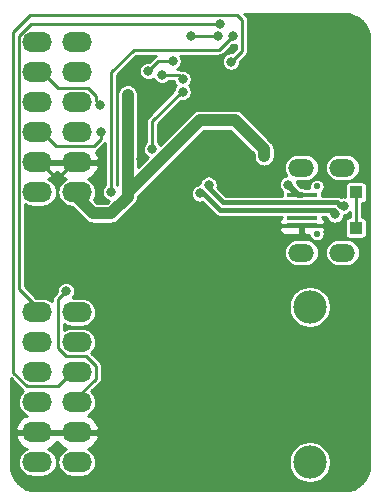
<source format=gbl>
G04 #@! TF.GenerationSoftware,KiCad,Pcbnew,5.1.1*
G04 #@! TF.CreationDate,2019-05-05T16:30:40-07:00*
G04 #@! TF.ProjectId,pmod-usb-analyser-openvizla,706d6f64-2d75-4736-922d-616e616c7973,rev?*
G04 #@! TF.SameCoordinates,PX26449c8PY4c8cf18*
G04 #@! TF.FileFunction,Copper,L2,Bot*
G04 #@! TF.FilePolarity,Positive*
%FSLAX46Y46*%
G04 Gerber Fmt 4.6, Leading zero omitted, Abs format (unit mm)*
G04 Created by KiCad (PCBNEW 5.1.1) date 2019-05-05 16:30:40*
%MOMM*%
%LPD*%
G04 APERTURE LIST*
%ADD10C,2.819400*%
%ADD11R,1.100000X1.100000*%
%ADD12R,2.650000X0.400000*%
%ADD13C,0.550000*%
%ADD14O,2.200000X1.500000*%
%ADD15O,2.540000X1.700000*%
%ADD16C,0.800000*%
%ADD17C,1.000000*%
%ADD18C,0.250000*%
%ADD19C,0.400000*%
%ADD20C,0.500000*%
%ADD21C,0.254000*%
G04 APERTURE END LIST*
D10*
X25715279Y15934980D03*
X25715279Y2794980D03*
D11*
X29612080Y25635080D03*
X29612080Y22635080D03*
D12*
X25052080Y24135080D03*
D13*
X26312080Y26135080D03*
X26312080Y22135080D03*
D12*
X25052080Y24785080D03*
X25052080Y25435080D03*
X25052080Y23485080D03*
X25052080Y22835080D03*
D14*
X28462080Y27735080D03*
X28462080Y20535080D03*
X24992080Y20535080D03*
X24992080Y27735080D03*
D15*
X5993080Y2799080D03*
X2653080Y2799080D03*
X5993080Y5339080D03*
X2653080Y5339080D03*
X5993080Y7879080D03*
X2653080Y7879080D03*
X5993080Y10419080D03*
X2653080Y10419080D03*
X5993080Y12959080D03*
X2653080Y12959080D03*
X5993080Y15499080D03*
X2653080Y15499080D03*
X5993080Y25659080D03*
X2653080Y25659080D03*
X5993080Y28199080D03*
X2653080Y28199080D03*
X5993080Y30739080D03*
X2653080Y30739080D03*
X5993080Y33279080D03*
X2653080Y33279080D03*
X5993080Y35819080D03*
X2653080Y35819080D03*
X5993080Y38359080D03*
X2653080Y38359080D03*
D16*
X10292080Y33914080D03*
X21849080Y28707080D03*
X26167080Y32390080D03*
X20960080Y37978080D03*
X23500080Y30104080D03*
X11181080Y34676080D03*
X18277075Y32855090D03*
X11435080Y28453080D03*
X11181080Y24389080D03*
X12768580Y26230580D03*
X12006580Y25341580D03*
X22928580Y35819080D03*
X16397848Y25541848D03*
X27827848Y23763848D03*
X17140312Y26284312D03*
X28570312Y24506312D03*
X14947836Y34119657D03*
X12368610Y29291261D03*
X8043070Y30739080D03*
X13213080Y35565080D03*
X14947836Y35253591D03*
X14102206Y36774275D03*
X12041610Y35913873D03*
X7982925Y33038915D03*
X5085080Y17277080D03*
X19182080Y38867080D03*
X8895080Y25659080D03*
X19055080Y36708080D03*
X15626080Y38867080D03*
X17912080Y38867080D03*
X18076070Y39920070D03*
X23881080Y26294080D03*
D17*
X5593080Y25659080D02*
X6065125Y25659080D01*
X10292080Y25659080D02*
X10292080Y33914080D01*
X19366765Y31755080D02*
X16388080Y31755080D01*
X16388080Y31755080D02*
X10292080Y25659080D01*
X21849080Y29272765D02*
X19366765Y31755080D01*
X21849080Y28707080D02*
X21849080Y29272765D01*
X10292080Y25659080D02*
X10292080Y25278080D01*
X10292080Y25278080D02*
X8895080Y23881080D01*
X7371080Y23881080D02*
X5593080Y25659080D01*
X8895080Y23881080D02*
X7371080Y23881080D01*
D18*
X3053080Y28199080D02*
X3053080Y28008580D01*
X3053080Y28008580D02*
X4323080Y26738580D01*
X5593080Y28008580D02*
X5593080Y28199080D01*
X4323080Y26738580D02*
X5593080Y28008580D01*
D19*
X16680692Y25541848D02*
X16397848Y25541848D01*
X18087460Y24135080D02*
X16680692Y25541848D01*
X25052080Y24135080D02*
X18087460Y24135080D01*
X27739460Y24135080D02*
X25052080Y24135080D01*
X27827848Y23763848D02*
X27827848Y24046692D01*
X27827848Y24046692D02*
X27739460Y24135080D01*
X17140312Y26001468D02*
X17140312Y26284312D01*
X18356700Y24785080D02*
X17140312Y26001468D01*
X25052080Y24785080D02*
X18356700Y24785080D01*
X28008700Y24785080D02*
X25052080Y24785080D01*
X28287468Y24506312D02*
X28008700Y24785080D01*
X28570312Y24506312D02*
X28287468Y24506312D01*
D18*
X29612080Y22635080D02*
X29612080Y25635080D01*
X12368610Y31672610D02*
X12368610Y29291261D01*
X14864080Y34168080D02*
X12368610Y31672610D01*
X8043070Y30173395D02*
X8043070Y30739080D01*
X4228090Y29564070D02*
X7433745Y29564070D01*
X3053080Y30739080D02*
X4228090Y29564070D01*
X7433745Y29564070D02*
X8043070Y30173395D01*
X13213080Y35565080D02*
X14636347Y35565080D01*
X14636347Y35565080D02*
X14947836Y35253591D01*
X12902012Y36774275D02*
X12041610Y35913873D01*
X14102206Y36774275D02*
X12902012Y36774275D01*
X3053080Y35819080D02*
X4418070Y34454090D01*
X7582926Y33770949D02*
X7582926Y33438914D01*
X7582926Y33438914D02*
X7982925Y33038915D01*
X4418070Y34454090D02*
X6899785Y34454090D01*
X6899785Y34454090D02*
X7582926Y33770949D01*
X7588090Y9874090D02*
X7588090Y10964070D01*
X5593080Y7879080D02*
X7588090Y9874090D01*
X4398070Y16590070D02*
X5085080Y17277080D01*
X4398070Y12472375D02*
X4398070Y16590070D01*
X5086375Y11784070D02*
X4398070Y12472375D01*
X7588090Y10964070D02*
X6768090Y11784070D01*
X6768090Y11784070D02*
X5086375Y11784070D01*
X8895080Y25659080D02*
X8895080Y35819080D01*
X8895080Y35819080D02*
X10800080Y37724080D01*
X10800080Y37724080D02*
X18039080Y37724080D01*
X18039080Y37724080D02*
X19182080Y38867080D01*
X5593080Y10419080D02*
X4418070Y9244070D01*
X2037080Y40645080D02*
X19563080Y40645080D01*
X4418070Y9244070D02*
X1746375Y9244070D01*
X608059Y10382386D02*
X608059Y39216059D01*
X608059Y39216059D02*
X2037080Y40645080D01*
X1746375Y9244070D02*
X608059Y10382386D01*
X19563080Y40645080D02*
X19944080Y40264080D01*
X19944080Y40264080D02*
X19944080Y37597080D01*
X19944080Y37597080D02*
X19055080Y36708080D01*
X15626080Y38867080D02*
X17912080Y38867080D01*
X2132355Y39920070D02*
X18076070Y39920070D01*
X3053080Y15499080D02*
X1058070Y17494090D01*
X1058070Y38845785D02*
X2132355Y39920070D01*
X1058070Y17494090D02*
X1058070Y38845785D01*
D20*
X25052080Y25435080D02*
X24740080Y25435080D01*
X24740080Y25435080D02*
X23881080Y26294080D01*
D21*
G36*
X29012195Y40720529D02*
G01*
X29410542Y40600261D01*
X29777944Y40404910D01*
X30100397Y40141923D01*
X30365633Y39821307D01*
X30563540Y39455285D01*
X30686586Y39057789D01*
X30731081Y38634448D01*
X30731080Y2538735D01*
X30689529Y2114965D01*
X30569261Y1716616D01*
X30373911Y1349218D01*
X30110925Y1026765D01*
X29790306Y761526D01*
X29424284Y563619D01*
X29026788Y440574D01*
X28593943Y395080D01*
X2532934Y395080D01*
X2098965Y437631D01*
X1700616Y557899D01*
X1333218Y753249D01*
X1010765Y1016235D01*
X745526Y1336854D01*
X547619Y1702876D01*
X424574Y2100372D01*
X379080Y2533217D01*
X379080Y4982190D01*
X791604Y4982190D01*
X812517Y4888127D01*
X927789Y4619654D01*
X1093223Y4378828D01*
X1302461Y4174904D01*
X1547462Y4015719D01*
X1748047Y3935640D01*
X1545864Y3827571D01*
X1358420Y3673740D01*
X1204589Y3486296D01*
X1090282Y3272443D01*
X1019892Y3040398D01*
X996124Y2799080D01*
X1019892Y2557762D01*
X1090282Y2325717D01*
X1204589Y2111864D01*
X1358420Y1924420D01*
X1545864Y1770589D01*
X1759717Y1656282D01*
X1991762Y1585892D01*
X2172608Y1568080D01*
X3133552Y1568080D01*
X3314398Y1585892D01*
X3546443Y1656282D01*
X3760296Y1770589D01*
X3947740Y1924420D01*
X4101571Y2111864D01*
X4215878Y2325717D01*
X4286268Y2557762D01*
X4310036Y2799080D01*
X4286268Y3040398D01*
X4215878Y3272443D01*
X4101571Y3486296D01*
X3947740Y3673740D01*
X3760296Y3827571D01*
X3558113Y3935640D01*
X3758698Y4015719D01*
X4003699Y4174904D01*
X4212937Y4378828D01*
X4323080Y4539166D01*
X4433223Y4378828D01*
X4642461Y4174904D01*
X4887462Y4015719D01*
X5088047Y3935640D01*
X4885864Y3827571D01*
X4698420Y3673740D01*
X4544589Y3486296D01*
X4430282Y3272443D01*
X4359892Y3040398D01*
X4336124Y2799080D01*
X4359892Y2557762D01*
X4430282Y2325717D01*
X4544589Y2111864D01*
X4698420Y1924420D01*
X4885864Y1770589D01*
X5099717Y1656282D01*
X5331762Y1585892D01*
X5512608Y1568080D01*
X6473552Y1568080D01*
X6654398Y1585892D01*
X6886443Y1656282D01*
X7100296Y1770589D01*
X7287740Y1924420D01*
X7441571Y2111864D01*
X7555878Y2325717D01*
X7626268Y2557762D01*
X7650036Y2799080D01*
X7633069Y2971349D01*
X23924579Y2971349D01*
X23924579Y2618611D01*
X23993395Y2272652D01*
X24128382Y1946766D01*
X24324352Y1653476D01*
X24573775Y1404053D01*
X24867065Y1208083D01*
X25192951Y1073096D01*
X25538910Y1004280D01*
X25891648Y1004280D01*
X26237607Y1073096D01*
X26563493Y1208083D01*
X26856783Y1404053D01*
X27106206Y1653476D01*
X27302176Y1946766D01*
X27437163Y2272652D01*
X27505979Y2618611D01*
X27505979Y2971349D01*
X27437163Y3317308D01*
X27302176Y3643194D01*
X27106206Y3936484D01*
X26856783Y4185907D01*
X26563493Y4381877D01*
X26237607Y4516864D01*
X25891648Y4585680D01*
X25538910Y4585680D01*
X25192951Y4516864D01*
X24867065Y4381877D01*
X24573775Y4185907D01*
X24324352Y3936484D01*
X24128382Y3643194D01*
X23993395Y3317308D01*
X23924579Y2971349D01*
X7633069Y2971349D01*
X7626268Y3040398D01*
X7555878Y3272443D01*
X7441571Y3486296D01*
X7287740Y3673740D01*
X7100296Y3827571D01*
X6898113Y3935640D01*
X7098698Y4015719D01*
X7343699Y4174904D01*
X7552937Y4378828D01*
X7718371Y4619654D01*
X7833643Y4888127D01*
X7854556Y4982190D01*
X7733235Y5212080D01*
X6120080Y5212080D01*
X6120080Y5192080D01*
X5866080Y5192080D01*
X5866080Y5212080D01*
X2780080Y5212080D01*
X2780080Y5192080D01*
X2526080Y5192080D01*
X2526080Y5212080D01*
X912925Y5212080D01*
X791604Y4982190D01*
X379080Y4982190D01*
X379080Y9895774D01*
X1371003Y8903850D01*
X1386848Y8884543D01*
X1452326Y8830806D01*
X1358420Y8753740D01*
X1204589Y8566296D01*
X1090282Y8352443D01*
X1019892Y8120398D01*
X996124Y7879080D01*
X1019892Y7637762D01*
X1090282Y7405717D01*
X1204589Y7191864D01*
X1358420Y7004420D01*
X1545864Y6850589D01*
X1748047Y6742520D01*
X1547462Y6662441D01*
X1302461Y6503256D01*
X1093223Y6299332D01*
X927789Y6058506D01*
X812517Y5790033D01*
X791604Y5695970D01*
X912925Y5466080D01*
X2526080Y5466080D01*
X2526080Y5486080D01*
X2780080Y5486080D01*
X2780080Y5466080D01*
X5866080Y5466080D01*
X5866080Y5486080D01*
X6120080Y5486080D01*
X6120080Y5466080D01*
X7733235Y5466080D01*
X7854556Y5695970D01*
X7833643Y5790033D01*
X7718371Y6058506D01*
X7552937Y6299332D01*
X7343699Y6503256D01*
X7098698Y6662441D01*
X6898113Y6742520D01*
X7100296Y6850589D01*
X7287740Y7004420D01*
X7441571Y7191864D01*
X7555878Y7405717D01*
X7626268Y7637762D01*
X7650036Y7879080D01*
X7626268Y8120398D01*
X7555878Y8352443D01*
X7441571Y8566296D01*
X7287740Y8753740D01*
X7230394Y8800802D01*
X7928310Y9498718D01*
X7947617Y9514563D01*
X8010849Y9591611D01*
X8057835Y9679515D01*
X8057835Y9679516D01*
X8086768Y9774896D01*
X8087742Y9784784D01*
X8094090Y9849236D01*
X8094090Y9849243D01*
X8096537Y9874089D01*
X8094090Y9898935D01*
X8094090Y10939225D01*
X8096537Y10964071D01*
X8094090Y10988917D01*
X8094090Y10988924D01*
X8086768Y11063263D01*
X8073715Y11106296D01*
X8057835Y11158645D01*
X8010849Y11246549D01*
X7947617Y11323597D01*
X7928310Y11339442D01*
X7230394Y12037357D01*
X7287740Y12084420D01*
X7441571Y12271864D01*
X7555878Y12485717D01*
X7626268Y12717762D01*
X7650036Y12959080D01*
X7626268Y13200398D01*
X7555878Y13432443D01*
X7441571Y13646296D01*
X7287740Y13833740D01*
X7100296Y13987571D01*
X6886443Y14101878D01*
X6654398Y14172268D01*
X6473552Y14190080D01*
X5512608Y14190080D01*
X5331762Y14172268D01*
X5099717Y14101878D01*
X4904070Y13997302D01*
X4904070Y14460858D01*
X5099717Y14356282D01*
X5331762Y14285892D01*
X5512608Y14268080D01*
X6473552Y14268080D01*
X6654398Y14285892D01*
X6886443Y14356282D01*
X7100296Y14470589D01*
X7287740Y14624420D01*
X7441571Y14811864D01*
X7555878Y15025717D01*
X7626268Y15257762D01*
X7650036Y15499080D01*
X7626268Y15740398D01*
X7555878Y15972443D01*
X7481632Y16111349D01*
X23924579Y16111349D01*
X23924579Y15758611D01*
X23993395Y15412652D01*
X24128382Y15086766D01*
X24324352Y14793476D01*
X24573775Y14544053D01*
X24867065Y14348083D01*
X25192951Y14213096D01*
X25538910Y14144280D01*
X25891648Y14144280D01*
X26237607Y14213096D01*
X26563493Y14348083D01*
X26856783Y14544053D01*
X27106206Y14793476D01*
X27302176Y15086766D01*
X27437163Y15412652D01*
X27505979Y15758611D01*
X27505979Y16111349D01*
X27437163Y16457308D01*
X27302176Y16783194D01*
X27106206Y17076484D01*
X26856783Y17325907D01*
X26563493Y17521877D01*
X26237607Y17656864D01*
X25891648Y17725680D01*
X25538910Y17725680D01*
X25192951Y17656864D01*
X24867065Y17521877D01*
X24573775Y17325907D01*
X24324352Y17076484D01*
X24128382Y16783194D01*
X23993395Y16457308D01*
X23924579Y16111349D01*
X7481632Y16111349D01*
X7441571Y16186296D01*
X7287740Y16373740D01*
X7100296Y16527571D01*
X6886443Y16641878D01*
X6654398Y16712268D01*
X6473552Y16730080D01*
X5642581Y16730080D01*
X5691722Y16779221D01*
X5777193Y16907138D01*
X5836067Y17049271D01*
X5866080Y17200158D01*
X5866080Y17354002D01*
X5836067Y17504889D01*
X5777193Y17647022D01*
X5691722Y17774939D01*
X5582939Y17883722D01*
X5455022Y17969193D01*
X5312889Y18028067D01*
X5162002Y18058080D01*
X5008158Y18058080D01*
X4857271Y18028067D01*
X4715138Y17969193D01*
X4587221Y17883722D01*
X4478438Y17774939D01*
X4392967Y17647022D01*
X4334093Y17504889D01*
X4304080Y17354002D01*
X4304080Y17211671D01*
X4057850Y16965441D01*
X4038544Y16949597D01*
X3975312Y16872549D01*
X3950197Y16825562D01*
X3928325Y16784644D01*
X3899392Y16689262D01*
X3889623Y16590070D01*
X3892071Y16565214D01*
X3892071Y16419426D01*
X3760296Y16527571D01*
X3546443Y16641878D01*
X3314398Y16712268D01*
X3133552Y16730080D01*
X2537672Y16730080D01*
X1564070Y17703681D01*
X1564070Y20535080D01*
X23505608Y20535080D01*
X23527445Y20313365D01*
X23592117Y20100171D01*
X23697138Y19903690D01*
X23838473Y19731473D01*
X24010690Y19590138D01*
X24207171Y19485117D01*
X24420365Y19420445D01*
X24586522Y19404080D01*
X25397638Y19404080D01*
X25563795Y19420445D01*
X25776989Y19485117D01*
X25973470Y19590138D01*
X26145687Y19731473D01*
X26287022Y19903690D01*
X26392043Y20100171D01*
X26456715Y20313365D01*
X26478552Y20535080D01*
X26975608Y20535080D01*
X26997445Y20313365D01*
X27062117Y20100171D01*
X27167138Y19903690D01*
X27308473Y19731473D01*
X27480690Y19590138D01*
X27677171Y19485117D01*
X27890365Y19420445D01*
X28056522Y19404080D01*
X28867638Y19404080D01*
X29033795Y19420445D01*
X29246989Y19485117D01*
X29443470Y19590138D01*
X29615687Y19731473D01*
X29757022Y19903690D01*
X29862043Y20100171D01*
X29926715Y20313365D01*
X29948552Y20535080D01*
X29926715Y20756795D01*
X29862043Y20969989D01*
X29757022Y21166470D01*
X29615687Y21338687D01*
X29443470Y21480022D01*
X29246989Y21585043D01*
X29033795Y21649715D01*
X28867638Y21666080D01*
X28056522Y21666080D01*
X27890365Y21649715D01*
X27677171Y21585043D01*
X27480690Y21480022D01*
X27308473Y21338687D01*
X27167138Y21166470D01*
X27062117Y20969989D01*
X26997445Y20756795D01*
X26975608Y20535080D01*
X26478552Y20535080D01*
X26456715Y20756795D01*
X26392043Y20969989D01*
X26287022Y21166470D01*
X26145687Y21338687D01*
X25973470Y21480022D01*
X25776989Y21585043D01*
X25563795Y21649715D01*
X25397638Y21666080D01*
X24586522Y21666080D01*
X24420365Y21649715D01*
X24207171Y21585043D01*
X24010690Y21480022D01*
X23838473Y21338687D01*
X23697138Y21166470D01*
X23592117Y20969989D01*
X23527445Y20756795D01*
X23505608Y20535080D01*
X1564070Y20535080D01*
X1564070Y22603330D01*
X23092080Y22603330D01*
X23102501Y22504556D01*
X23139966Y22385214D01*
X23199993Y22275475D01*
X23280277Y22179555D01*
X23377730Y22101141D01*
X23488609Y22043246D01*
X23608652Y22008095D01*
X23733247Y21997038D01*
X24766330Y22000080D01*
X24925080Y22158830D01*
X24925080Y22762080D01*
X25179080Y22762080D01*
X25179080Y22158830D01*
X25337830Y22000080D01*
X25670276Y21999101D01*
X25681290Y21943732D01*
X25730740Y21824348D01*
X25802532Y21716904D01*
X25893904Y21625532D01*
X26001348Y21553740D01*
X26120732Y21504290D01*
X26247470Y21479080D01*
X26376690Y21479080D01*
X26503428Y21504290D01*
X26622812Y21553740D01*
X26730256Y21625532D01*
X26821628Y21716904D01*
X26893420Y21824348D01*
X26942870Y21943732D01*
X26968080Y22070470D01*
X26968080Y22199690D01*
X26942870Y22326428D01*
X26938202Y22337697D01*
X26964194Y22385214D01*
X27001659Y22504556D01*
X27012080Y22603330D01*
X26853330Y22762080D01*
X26512578Y22762080D01*
X26503428Y22765870D01*
X26376690Y22791080D01*
X26247470Y22791080D01*
X26120732Y22765870D01*
X26111582Y22762080D01*
X25179080Y22762080D01*
X24925080Y22762080D01*
X23250830Y22762080D01*
X23092080Y22603330D01*
X1564070Y22603330D01*
X1564070Y24620858D01*
X1759717Y24516282D01*
X1991762Y24445892D01*
X2172608Y24428080D01*
X3133552Y24428080D01*
X3314398Y24445892D01*
X3546443Y24516282D01*
X3760296Y24630589D01*
X3947740Y24784420D01*
X4101571Y24971864D01*
X4215878Y25185717D01*
X4286268Y25417762D01*
X4310036Y25659080D01*
X4286268Y25900398D01*
X4215878Y26132443D01*
X4101571Y26346296D01*
X3947740Y26533740D01*
X3760296Y26687571D01*
X3558113Y26795640D01*
X3758698Y26875719D01*
X4003699Y27034904D01*
X4212937Y27238828D01*
X4323080Y27399166D01*
X4433223Y27238828D01*
X4642461Y27034904D01*
X4887462Y26875719D01*
X5088047Y26795640D01*
X4885864Y26687571D01*
X4698420Y26533740D01*
X4544589Y26346296D01*
X4430282Y26132443D01*
X4359892Y25900398D01*
X4336124Y25659080D01*
X4359892Y25417762D01*
X4430282Y25185717D01*
X4544589Y24971864D01*
X4698420Y24784420D01*
X4885864Y24630589D01*
X5099717Y24516282D01*
X5331762Y24445892D01*
X5512608Y24428080D01*
X5578159Y24428080D01*
X6717519Y23288719D01*
X6745105Y23255105D01*
X6778717Y23227521D01*
X6879254Y23145012D01*
X7025523Y23066830D01*
X7032305Y23063205D01*
X7198374Y23012828D01*
X7327807Y23000080D01*
X7327810Y23000080D01*
X7371080Y22995818D01*
X7414350Y23000080D01*
X8851810Y23000080D01*
X8895080Y22995818D01*
X8938350Y23000080D01*
X8938353Y23000080D01*
X9067786Y23012828D01*
X9233855Y23063205D01*
X9386905Y23145012D01*
X9521055Y23255105D01*
X9548646Y23288725D01*
X10884441Y24624519D01*
X10918055Y24652105D01*
X10985363Y24734121D01*
X11028148Y24786254D01*
X11074185Y24872384D01*
X11109955Y24939305D01*
X11160332Y25105374D01*
X11173080Y25234808D01*
X11173080Y25234809D01*
X11177342Y25278079D01*
X11175518Y25296597D01*
X11497691Y25618770D01*
X15616848Y25618770D01*
X15616848Y25464926D01*
X15646861Y25314039D01*
X15705735Y25171906D01*
X15791206Y25043989D01*
X15899989Y24935206D01*
X16027906Y24849735D01*
X16170039Y24790861D01*
X16320926Y24760848D01*
X16474770Y24760848D01*
X16612616Y24788267D01*
X17656447Y23744435D01*
X17674643Y23722263D01*
X17763112Y23649659D01*
X17864045Y23595709D01*
X17973564Y23562487D01*
X18058920Y23554080D01*
X18058922Y23554080D01*
X18087459Y23551269D01*
X18115996Y23554080D01*
X23344237Y23554080D01*
X23344237Y23542069D01*
X23280277Y23490605D01*
X23199993Y23394685D01*
X23139966Y23284946D01*
X23102501Y23165604D01*
X23092080Y23066830D01*
X23250830Y22908080D01*
X23667753Y22908080D01*
X23727080Y22902237D01*
X26377080Y22902237D01*
X26436407Y22908080D01*
X26853330Y22908080D01*
X27012080Y23066830D01*
X27001659Y23165604D01*
X26964194Y23284946D01*
X26904167Y23394685D01*
X26823883Y23490605D01*
X26759923Y23542069D01*
X26759923Y23554080D01*
X27073272Y23554080D01*
X27076861Y23536039D01*
X27135735Y23393906D01*
X27221206Y23265989D01*
X27329989Y23157206D01*
X27457906Y23071735D01*
X27600039Y23012861D01*
X27750926Y22982848D01*
X27904770Y22982848D01*
X28055657Y23012861D01*
X28197790Y23071735D01*
X28325707Y23157206D01*
X28434490Y23265989D01*
X28519961Y23393906D01*
X28578835Y23536039D01*
X28608848Y23686926D01*
X28608848Y23725312D01*
X28647234Y23725312D01*
X28798121Y23755325D01*
X28940254Y23814199D01*
X29068171Y23899670D01*
X29106080Y23937579D01*
X29106080Y23567923D01*
X29062080Y23567923D01*
X28987391Y23560567D01*
X28915572Y23538781D01*
X28849384Y23503402D01*
X28791369Y23455791D01*
X28743758Y23397776D01*
X28708379Y23331588D01*
X28686593Y23259769D01*
X28679237Y23185080D01*
X28679237Y22085080D01*
X28686593Y22010391D01*
X28708379Y21938572D01*
X28743758Y21872384D01*
X28791369Y21814369D01*
X28849384Y21766758D01*
X28915572Y21731379D01*
X28987391Y21709593D01*
X29062080Y21702237D01*
X30162080Y21702237D01*
X30236769Y21709593D01*
X30308588Y21731379D01*
X30374776Y21766758D01*
X30432791Y21814369D01*
X30480402Y21872384D01*
X30515781Y21938572D01*
X30537567Y22010391D01*
X30544923Y22085080D01*
X30544923Y23185080D01*
X30537567Y23259769D01*
X30515781Y23331588D01*
X30480402Y23397776D01*
X30432791Y23455791D01*
X30374776Y23503402D01*
X30308588Y23538781D01*
X30236769Y23560567D01*
X30162080Y23567923D01*
X30118080Y23567923D01*
X30118080Y24702237D01*
X30162080Y24702237D01*
X30236769Y24709593D01*
X30308588Y24731379D01*
X30374776Y24766758D01*
X30432791Y24814369D01*
X30480402Y24872384D01*
X30515781Y24938572D01*
X30537567Y25010391D01*
X30544923Y25085080D01*
X30544923Y26185080D01*
X30537567Y26259769D01*
X30515781Y26331588D01*
X30480402Y26397776D01*
X30432791Y26455791D01*
X30374776Y26503402D01*
X30308588Y26538781D01*
X30236769Y26560567D01*
X30162080Y26567923D01*
X29062080Y26567923D01*
X28987391Y26560567D01*
X28915572Y26538781D01*
X28849384Y26503402D01*
X28791369Y26455791D01*
X28743758Y26397776D01*
X28708379Y26331588D01*
X28686593Y26259769D01*
X28679237Y26185080D01*
X28679237Y25280946D01*
X28647234Y25287312D01*
X28493390Y25287312D01*
X28347841Y25258361D01*
X28333048Y25270501D01*
X28232115Y25324451D01*
X28122596Y25357673D01*
X28037240Y25366080D01*
X28008700Y25368891D01*
X27980160Y25366080D01*
X26759923Y25366080D01*
X26759923Y25635080D01*
X26758119Y25653395D01*
X26821628Y25716904D01*
X26893420Y25824348D01*
X26942870Y25943732D01*
X26968080Y26070470D01*
X26968080Y26199690D01*
X26942870Y26326428D01*
X26893420Y26445812D01*
X26821628Y26553256D01*
X26730256Y26644628D01*
X26622812Y26716420D01*
X26503428Y26765870D01*
X26376690Y26791080D01*
X26247470Y26791080D01*
X26120732Y26765870D01*
X26001348Y26716420D01*
X25893904Y26644628D01*
X25802532Y26553256D01*
X25730740Y26445812D01*
X25681290Y26326428D01*
X25656080Y26199690D01*
X25656080Y26070470D01*
X25666532Y26017923D01*
X25300234Y26017923D01*
X25294722Y26020869D01*
X25175778Y26056950D01*
X25083078Y26066080D01*
X25001448Y26066080D01*
X24653527Y26414001D01*
X24632067Y26521889D01*
X24598022Y26604080D01*
X25397638Y26604080D01*
X25563795Y26620445D01*
X25776989Y26685117D01*
X25973470Y26790138D01*
X26145687Y26931473D01*
X26287022Y27103690D01*
X26392043Y27300171D01*
X26456715Y27513365D01*
X26478552Y27735080D01*
X26975608Y27735080D01*
X26997445Y27513365D01*
X27062117Y27300171D01*
X27167138Y27103690D01*
X27308473Y26931473D01*
X27480690Y26790138D01*
X27677171Y26685117D01*
X27890365Y26620445D01*
X28056522Y26604080D01*
X28867638Y26604080D01*
X29033795Y26620445D01*
X29246989Y26685117D01*
X29443470Y26790138D01*
X29615687Y26931473D01*
X29757022Y27103690D01*
X29862043Y27300171D01*
X29926715Y27513365D01*
X29948552Y27735080D01*
X29926715Y27956795D01*
X29862043Y28169989D01*
X29757022Y28366470D01*
X29615687Y28538687D01*
X29443470Y28680022D01*
X29246989Y28785043D01*
X29033795Y28849715D01*
X28867638Y28866080D01*
X28056522Y28866080D01*
X27890365Y28849715D01*
X27677171Y28785043D01*
X27480690Y28680022D01*
X27308473Y28538687D01*
X27167138Y28366470D01*
X27062117Y28169989D01*
X26997445Y27956795D01*
X26975608Y27735080D01*
X26478552Y27735080D01*
X26456715Y27956795D01*
X26392043Y28169989D01*
X26287022Y28366470D01*
X26145687Y28538687D01*
X25973470Y28680022D01*
X25776989Y28785043D01*
X25563795Y28849715D01*
X25397638Y28866080D01*
X24586522Y28866080D01*
X24420365Y28849715D01*
X24207171Y28785043D01*
X24010690Y28680022D01*
X23838473Y28538687D01*
X23697138Y28366470D01*
X23592117Y28169989D01*
X23527445Y27956795D01*
X23505608Y27735080D01*
X23527445Y27513365D01*
X23592117Y27300171D01*
X23697138Y27103690D01*
X23732341Y27060795D01*
X23653271Y27045067D01*
X23511138Y26986193D01*
X23383221Y26900722D01*
X23274438Y26791939D01*
X23188967Y26664022D01*
X23130093Y26521889D01*
X23100080Y26371002D01*
X23100080Y26217158D01*
X23130093Y26066271D01*
X23188967Y25924138D01*
X23274438Y25796221D01*
X23353757Y25716902D01*
X23351593Y25709769D01*
X23344237Y25635080D01*
X23344237Y25366080D01*
X18597358Y25366080D01*
X17893893Y26069544D01*
X17921312Y26207390D01*
X17921312Y26361234D01*
X17891299Y26512121D01*
X17832425Y26654254D01*
X17746954Y26782171D01*
X17638171Y26890954D01*
X17510254Y26976425D01*
X17368121Y27035299D01*
X17217234Y27065312D01*
X17063390Y27065312D01*
X16912503Y27035299D01*
X16770370Y26976425D01*
X16642453Y26890954D01*
X16533670Y26782171D01*
X16448199Y26654254D01*
X16389325Y26512121D01*
X16359312Y26361234D01*
X16359312Y26322848D01*
X16320926Y26322848D01*
X16170039Y26292835D01*
X16027906Y26233961D01*
X15899989Y26148490D01*
X15791206Y26039707D01*
X15705735Y25911790D01*
X15646861Y25769657D01*
X15616848Y25618770D01*
X11497691Y25618770D01*
X16753002Y30874080D01*
X19001844Y30874080D01*
X20968080Y28907842D01*
X20968080Y28663808D01*
X20980828Y28534375D01*
X21031205Y28368306D01*
X21113012Y28215256D01*
X21223105Y28081105D01*
X21357255Y27971012D01*
X21510305Y27889205D01*
X21676374Y27838828D01*
X21849080Y27821818D01*
X22021785Y27838828D01*
X22187854Y27889205D01*
X22340904Y27971012D01*
X22475055Y28081105D01*
X22585148Y28215255D01*
X22666955Y28368305D01*
X22717332Y28534374D01*
X22730080Y28663807D01*
X22730080Y29229495D01*
X22734342Y29272765D01*
X22724944Y29368183D01*
X22717332Y29445471D01*
X22666955Y29611540D01*
X22585148Y29764590D01*
X22528864Y29833173D01*
X22502640Y29865128D01*
X22502637Y29865131D01*
X22475055Y29898740D01*
X22441446Y29926322D01*
X20020331Y32347436D01*
X19992740Y32381055D01*
X19858590Y32491148D01*
X19705540Y32572955D01*
X19539471Y32623332D01*
X19410038Y32636080D01*
X19410035Y32636080D01*
X19366765Y32640342D01*
X19323495Y32636080D01*
X16431350Y32636080D01*
X16388080Y32640342D01*
X16344810Y32636080D01*
X16344807Y32636080D01*
X16215374Y32623332D01*
X16049305Y32572955D01*
X15896254Y32491148D01*
X15828102Y32435217D01*
X15762105Y32381055D01*
X15734519Y32347441D01*
X13055740Y29668661D01*
X12975252Y29789120D01*
X12874610Y29889762D01*
X12874610Y31463019D01*
X14770268Y33358676D01*
X14870914Y33338657D01*
X15024758Y33338657D01*
X15175645Y33368670D01*
X15317778Y33427544D01*
X15445695Y33513015D01*
X15554478Y33621798D01*
X15639949Y33749715D01*
X15698823Y33891848D01*
X15728836Y34042735D01*
X15728836Y34196579D01*
X15698823Y34347466D01*
X15639949Y34489599D01*
X15554478Y34617516D01*
X15485370Y34686624D01*
X15554478Y34755732D01*
X15639949Y34883649D01*
X15698823Y35025782D01*
X15728836Y35176669D01*
X15728836Y35330513D01*
X15698823Y35481400D01*
X15639949Y35623533D01*
X15554478Y35751450D01*
X15445695Y35860233D01*
X15317778Y35945704D01*
X15175645Y36004578D01*
X15024758Y36034591D01*
X14870914Y36034591D01*
X14842087Y36028857D01*
X14830922Y36034825D01*
X14735540Y36063758D01*
X14661201Y36071080D01*
X14661193Y36071080D01*
X14636347Y36073527D01*
X14611501Y36071080D01*
X14445394Y36071080D01*
X14472148Y36082162D01*
X14600065Y36167633D01*
X14708848Y36276416D01*
X14794319Y36404333D01*
X14853193Y36546466D01*
X14883206Y36697353D01*
X14883206Y36851197D01*
X14853193Y37002084D01*
X14794319Y37144217D01*
X14744966Y37218080D01*
X18014234Y37218080D01*
X18039080Y37215633D01*
X18063926Y37218080D01*
X18063934Y37218080D01*
X18138273Y37225402D01*
X18233655Y37254335D01*
X18321559Y37301321D01*
X18398607Y37364553D01*
X18414456Y37383865D01*
X19116672Y38086080D01*
X19259002Y38086080D01*
X19409889Y38116093D01*
X19438081Y38127771D01*
X19438081Y37806673D01*
X19120489Y37489080D01*
X18978158Y37489080D01*
X18827271Y37459067D01*
X18685138Y37400193D01*
X18557221Y37314722D01*
X18448438Y37205939D01*
X18362967Y37078022D01*
X18304093Y36935889D01*
X18274080Y36785002D01*
X18274080Y36631158D01*
X18304093Y36480271D01*
X18362967Y36338138D01*
X18448438Y36210221D01*
X18557221Y36101438D01*
X18685138Y36015967D01*
X18827271Y35957093D01*
X18978158Y35927080D01*
X19132002Y35927080D01*
X19282889Y35957093D01*
X19425022Y36015967D01*
X19552939Y36101438D01*
X19661722Y36210221D01*
X19747193Y36338138D01*
X19806067Y36480271D01*
X19836080Y36631158D01*
X19836080Y36773489D01*
X20284300Y37221708D01*
X20303607Y37237553D01*
X20366839Y37314601D01*
X20413825Y37402505D01*
X20442758Y37497887D01*
X20450080Y37572226D01*
X20452528Y37597080D01*
X20450080Y37621934D01*
X20450080Y40239235D01*
X20452527Y40264081D01*
X20450080Y40288927D01*
X20450080Y40288934D01*
X20442758Y40363273D01*
X20413825Y40458655D01*
X20366839Y40546559D01*
X20303607Y40623607D01*
X20284300Y40639452D01*
X20160672Y40763080D01*
X28578226Y40763080D01*
X29012195Y40720529D01*
X29012195Y40720529D01*
G37*
X29012195Y40720529D02*
X29410542Y40600261D01*
X29777944Y40404910D01*
X30100397Y40141923D01*
X30365633Y39821307D01*
X30563540Y39455285D01*
X30686586Y39057789D01*
X30731081Y38634448D01*
X30731080Y2538735D01*
X30689529Y2114965D01*
X30569261Y1716616D01*
X30373911Y1349218D01*
X30110925Y1026765D01*
X29790306Y761526D01*
X29424284Y563619D01*
X29026788Y440574D01*
X28593943Y395080D01*
X2532934Y395080D01*
X2098965Y437631D01*
X1700616Y557899D01*
X1333218Y753249D01*
X1010765Y1016235D01*
X745526Y1336854D01*
X547619Y1702876D01*
X424574Y2100372D01*
X379080Y2533217D01*
X379080Y4982190D01*
X791604Y4982190D01*
X812517Y4888127D01*
X927789Y4619654D01*
X1093223Y4378828D01*
X1302461Y4174904D01*
X1547462Y4015719D01*
X1748047Y3935640D01*
X1545864Y3827571D01*
X1358420Y3673740D01*
X1204589Y3486296D01*
X1090282Y3272443D01*
X1019892Y3040398D01*
X996124Y2799080D01*
X1019892Y2557762D01*
X1090282Y2325717D01*
X1204589Y2111864D01*
X1358420Y1924420D01*
X1545864Y1770589D01*
X1759717Y1656282D01*
X1991762Y1585892D01*
X2172608Y1568080D01*
X3133552Y1568080D01*
X3314398Y1585892D01*
X3546443Y1656282D01*
X3760296Y1770589D01*
X3947740Y1924420D01*
X4101571Y2111864D01*
X4215878Y2325717D01*
X4286268Y2557762D01*
X4310036Y2799080D01*
X4286268Y3040398D01*
X4215878Y3272443D01*
X4101571Y3486296D01*
X3947740Y3673740D01*
X3760296Y3827571D01*
X3558113Y3935640D01*
X3758698Y4015719D01*
X4003699Y4174904D01*
X4212937Y4378828D01*
X4323080Y4539166D01*
X4433223Y4378828D01*
X4642461Y4174904D01*
X4887462Y4015719D01*
X5088047Y3935640D01*
X4885864Y3827571D01*
X4698420Y3673740D01*
X4544589Y3486296D01*
X4430282Y3272443D01*
X4359892Y3040398D01*
X4336124Y2799080D01*
X4359892Y2557762D01*
X4430282Y2325717D01*
X4544589Y2111864D01*
X4698420Y1924420D01*
X4885864Y1770589D01*
X5099717Y1656282D01*
X5331762Y1585892D01*
X5512608Y1568080D01*
X6473552Y1568080D01*
X6654398Y1585892D01*
X6886443Y1656282D01*
X7100296Y1770589D01*
X7287740Y1924420D01*
X7441571Y2111864D01*
X7555878Y2325717D01*
X7626268Y2557762D01*
X7650036Y2799080D01*
X7633069Y2971349D01*
X23924579Y2971349D01*
X23924579Y2618611D01*
X23993395Y2272652D01*
X24128382Y1946766D01*
X24324352Y1653476D01*
X24573775Y1404053D01*
X24867065Y1208083D01*
X25192951Y1073096D01*
X25538910Y1004280D01*
X25891648Y1004280D01*
X26237607Y1073096D01*
X26563493Y1208083D01*
X26856783Y1404053D01*
X27106206Y1653476D01*
X27302176Y1946766D01*
X27437163Y2272652D01*
X27505979Y2618611D01*
X27505979Y2971349D01*
X27437163Y3317308D01*
X27302176Y3643194D01*
X27106206Y3936484D01*
X26856783Y4185907D01*
X26563493Y4381877D01*
X26237607Y4516864D01*
X25891648Y4585680D01*
X25538910Y4585680D01*
X25192951Y4516864D01*
X24867065Y4381877D01*
X24573775Y4185907D01*
X24324352Y3936484D01*
X24128382Y3643194D01*
X23993395Y3317308D01*
X23924579Y2971349D01*
X7633069Y2971349D01*
X7626268Y3040398D01*
X7555878Y3272443D01*
X7441571Y3486296D01*
X7287740Y3673740D01*
X7100296Y3827571D01*
X6898113Y3935640D01*
X7098698Y4015719D01*
X7343699Y4174904D01*
X7552937Y4378828D01*
X7718371Y4619654D01*
X7833643Y4888127D01*
X7854556Y4982190D01*
X7733235Y5212080D01*
X6120080Y5212080D01*
X6120080Y5192080D01*
X5866080Y5192080D01*
X5866080Y5212080D01*
X2780080Y5212080D01*
X2780080Y5192080D01*
X2526080Y5192080D01*
X2526080Y5212080D01*
X912925Y5212080D01*
X791604Y4982190D01*
X379080Y4982190D01*
X379080Y9895774D01*
X1371003Y8903850D01*
X1386848Y8884543D01*
X1452326Y8830806D01*
X1358420Y8753740D01*
X1204589Y8566296D01*
X1090282Y8352443D01*
X1019892Y8120398D01*
X996124Y7879080D01*
X1019892Y7637762D01*
X1090282Y7405717D01*
X1204589Y7191864D01*
X1358420Y7004420D01*
X1545864Y6850589D01*
X1748047Y6742520D01*
X1547462Y6662441D01*
X1302461Y6503256D01*
X1093223Y6299332D01*
X927789Y6058506D01*
X812517Y5790033D01*
X791604Y5695970D01*
X912925Y5466080D01*
X2526080Y5466080D01*
X2526080Y5486080D01*
X2780080Y5486080D01*
X2780080Y5466080D01*
X5866080Y5466080D01*
X5866080Y5486080D01*
X6120080Y5486080D01*
X6120080Y5466080D01*
X7733235Y5466080D01*
X7854556Y5695970D01*
X7833643Y5790033D01*
X7718371Y6058506D01*
X7552937Y6299332D01*
X7343699Y6503256D01*
X7098698Y6662441D01*
X6898113Y6742520D01*
X7100296Y6850589D01*
X7287740Y7004420D01*
X7441571Y7191864D01*
X7555878Y7405717D01*
X7626268Y7637762D01*
X7650036Y7879080D01*
X7626268Y8120398D01*
X7555878Y8352443D01*
X7441571Y8566296D01*
X7287740Y8753740D01*
X7230394Y8800802D01*
X7928310Y9498718D01*
X7947617Y9514563D01*
X8010849Y9591611D01*
X8057835Y9679515D01*
X8057835Y9679516D01*
X8086768Y9774896D01*
X8087742Y9784784D01*
X8094090Y9849236D01*
X8094090Y9849243D01*
X8096537Y9874089D01*
X8094090Y9898935D01*
X8094090Y10939225D01*
X8096537Y10964071D01*
X8094090Y10988917D01*
X8094090Y10988924D01*
X8086768Y11063263D01*
X8073715Y11106296D01*
X8057835Y11158645D01*
X8010849Y11246549D01*
X7947617Y11323597D01*
X7928310Y11339442D01*
X7230394Y12037357D01*
X7287740Y12084420D01*
X7441571Y12271864D01*
X7555878Y12485717D01*
X7626268Y12717762D01*
X7650036Y12959080D01*
X7626268Y13200398D01*
X7555878Y13432443D01*
X7441571Y13646296D01*
X7287740Y13833740D01*
X7100296Y13987571D01*
X6886443Y14101878D01*
X6654398Y14172268D01*
X6473552Y14190080D01*
X5512608Y14190080D01*
X5331762Y14172268D01*
X5099717Y14101878D01*
X4904070Y13997302D01*
X4904070Y14460858D01*
X5099717Y14356282D01*
X5331762Y14285892D01*
X5512608Y14268080D01*
X6473552Y14268080D01*
X6654398Y14285892D01*
X6886443Y14356282D01*
X7100296Y14470589D01*
X7287740Y14624420D01*
X7441571Y14811864D01*
X7555878Y15025717D01*
X7626268Y15257762D01*
X7650036Y15499080D01*
X7626268Y15740398D01*
X7555878Y15972443D01*
X7481632Y16111349D01*
X23924579Y16111349D01*
X23924579Y15758611D01*
X23993395Y15412652D01*
X24128382Y15086766D01*
X24324352Y14793476D01*
X24573775Y14544053D01*
X24867065Y14348083D01*
X25192951Y14213096D01*
X25538910Y14144280D01*
X25891648Y14144280D01*
X26237607Y14213096D01*
X26563493Y14348083D01*
X26856783Y14544053D01*
X27106206Y14793476D01*
X27302176Y15086766D01*
X27437163Y15412652D01*
X27505979Y15758611D01*
X27505979Y16111349D01*
X27437163Y16457308D01*
X27302176Y16783194D01*
X27106206Y17076484D01*
X26856783Y17325907D01*
X26563493Y17521877D01*
X26237607Y17656864D01*
X25891648Y17725680D01*
X25538910Y17725680D01*
X25192951Y17656864D01*
X24867065Y17521877D01*
X24573775Y17325907D01*
X24324352Y17076484D01*
X24128382Y16783194D01*
X23993395Y16457308D01*
X23924579Y16111349D01*
X7481632Y16111349D01*
X7441571Y16186296D01*
X7287740Y16373740D01*
X7100296Y16527571D01*
X6886443Y16641878D01*
X6654398Y16712268D01*
X6473552Y16730080D01*
X5642581Y16730080D01*
X5691722Y16779221D01*
X5777193Y16907138D01*
X5836067Y17049271D01*
X5866080Y17200158D01*
X5866080Y17354002D01*
X5836067Y17504889D01*
X5777193Y17647022D01*
X5691722Y17774939D01*
X5582939Y17883722D01*
X5455022Y17969193D01*
X5312889Y18028067D01*
X5162002Y18058080D01*
X5008158Y18058080D01*
X4857271Y18028067D01*
X4715138Y17969193D01*
X4587221Y17883722D01*
X4478438Y17774939D01*
X4392967Y17647022D01*
X4334093Y17504889D01*
X4304080Y17354002D01*
X4304080Y17211671D01*
X4057850Y16965441D01*
X4038544Y16949597D01*
X3975312Y16872549D01*
X3950197Y16825562D01*
X3928325Y16784644D01*
X3899392Y16689262D01*
X3889623Y16590070D01*
X3892071Y16565214D01*
X3892071Y16419426D01*
X3760296Y16527571D01*
X3546443Y16641878D01*
X3314398Y16712268D01*
X3133552Y16730080D01*
X2537672Y16730080D01*
X1564070Y17703681D01*
X1564070Y20535080D01*
X23505608Y20535080D01*
X23527445Y20313365D01*
X23592117Y20100171D01*
X23697138Y19903690D01*
X23838473Y19731473D01*
X24010690Y19590138D01*
X24207171Y19485117D01*
X24420365Y19420445D01*
X24586522Y19404080D01*
X25397638Y19404080D01*
X25563795Y19420445D01*
X25776989Y19485117D01*
X25973470Y19590138D01*
X26145687Y19731473D01*
X26287022Y19903690D01*
X26392043Y20100171D01*
X26456715Y20313365D01*
X26478552Y20535080D01*
X26975608Y20535080D01*
X26997445Y20313365D01*
X27062117Y20100171D01*
X27167138Y19903690D01*
X27308473Y19731473D01*
X27480690Y19590138D01*
X27677171Y19485117D01*
X27890365Y19420445D01*
X28056522Y19404080D01*
X28867638Y19404080D01*
X29033795Y19420445D01*
X29246989Y19485117D01*
X29443470Y19590138D01*
X29615687Y19731473D01*
X29757022Y19903690D01*
X29862043Y20100171D01*
X29926715Y20313365D01*
X29948552Y20535080D01*
X29926715Y20756795D01*
X29862043Y20969989D01*
X29757022Y21166470D01*
X29615687Y21338687D01*
X29443470Y21480022D01*
X29246989Y21585043D01*
X29033795Y21649715D01*
X28867638Y21666080D01*
X28056522Y21666080D01*
X27890365Y21649715D01*
X27677171Y21585043D01*
X27480690Y21480022D01*
X27308473Y21338687D01*
X27167138Y21166470D01*
X27062117Y20969989D01*
X26997445Y20756795D01*
X26975608Y20535080D01*
X26478552Y20535080D01*
X26456715Y20756795D01*
X26392043Y20969989D01*
X26287022Y21166470D01*
X26145687Y21338687D01*
X25973470Y21480022D01*
X25776989Y21585043D01*
X25563795Y21649715D01*
X25397638Y21666080D01*
X24586522Y21666080D01*
X24420365Y21649715D01*
X24207171Y21585043D01*
X24010690Y21480022D01*
X23838473Y21338687D01*
X23697138Y21166470D01*
X23592117Y20969989D01*
X23527445Y20756795D01*
X23505608Y20535080D01*
X1564070Y20535080D01*
X1564070Y22603330D01*
X23092080Y22603330D01*
X23102501Y22504556D01*
X23139966Y22385214D01*
X23199993Y22275475D01*
X23280277Y22179555D01*
X23377730Y22101141D01*
X23488609Y22043246D01*
X23608652Y22008095D01*
X23733247Y21997038D01*
X24766330Y22000080D01*
X24925080Y22158830D01*
X24925080Y22762080D01*
X25179080Y22762080D01*
X25179080Y22158830D01*
X25337830Y22000080D01*
X25670276Y21999101D01*
X25681290Y21943732D01*
X25730740Y21824348D01*
X25802532Y21716904D01*
X25893904Y21625532D01*
X26001348Y21553740D01*
X26120732Y21504290D01*
X26247470Y21479080D01*
X26376690Y21479080D01*
X26503428Y21504290D01*
X26622812Y21553740D01*
X26730256Y21625532D01*
X26821628Y21716904D01*
X26893420Y21824348D01*
X26942870Y21943732D01*
X26968080Y22070470D01*
X26968080Y22199690D01*
X26942870Y22326428D01*
X26938202Y22337697D01*
X26964194Y22385214D01*
X27001659Y22504556D01*
X27012080Y22603330D01*
X26853330Y22762080D01*
X26512578Y22762080D01*
X26503428Y22765870D01*
X26376690Y22791080D01*
X26247470Y22791080D01*
X26120732Y22765870D01*
X26111582Y22762080D01*
X25179080Y22762080D01*
X24925080Y22762080D01*
X23250830Y22762080D01*
X23092080Y22603330D01*
X1564070Y22603330D01*
X1564070Y24620858D01*
X1759717Y24516282D01*
X1991762Y24445892D01*
X2172608Y24428080D01*
X3133552Y24428080D01*
X3314398Y24445892D01*
X3546443Y24516282D01*
X3760296Y24630589D01*
X3947740Y24784420D01*
X4101571Y24971864D01*
X4215878Y25185717D01*
X4286268Y25417762D01*
X4310036Y25659080D01*
X4286268Y25900398D01*
X4215878Y26132443D01*
X4101571Y26346296D01*
X3947740Y26533740D01*
X3760296Y26687571D01*
X3558113Y26795640D01*
X3758698Y26875719D01*
X4003699Y27034904D01*
X4212937Y27238828D01*
X4323080Y27399166D01*
X4433223Y27238828D01*
X4642461Y27034904D01*
X4887462Y26875719D01*
X5088047Y26795640D01*
X4885864Y26687571D01*
X4698420Y26533740D01*
X4544589Y26346296D01*
X4430282Y26132443D01*
X4359892Y25900398D01*
X4336124Y25659080D01*
X4359892Y25417762D01*
X4430282Y25185717D01*
X4544589Y24971864D01*
X4698420Y24784420D01*
X4885864Y24630589D01*
X5099717Y24516282D01*
X5331762Y24445892D01*
X5512608Y24428080D01*
X5578159Y24428080D01*
X6717519Y23288719D01*
X6745105Y23255105D01*
X6778717Y23227521D01*
X6879254Y23145012D01*
X7025523Y23066830D01*
X7032305Y23063205D01*
X7198374Y23012828D01*
X7327807Y23000080D01*
X7327810Y23000080D01*
X7371080Y22995818D01*
X7414350Y23000080D01*
X8851810Y23000080D01*
X8895080Y22995818D01*
X8938350Y23000080D01*
X8938353Y23000080D01*
X9067786Y23012828D01*
X9233855Y23063205D01*
X9386905Y23145012D01*
X9521055Y23255105D01*
X9548646Y23288725D01*
X10884441Y24624519D01*
X10918055Y24652105D01*
X10985363Y24734121D01*
X11028148Y24786254D01*
X11074185Y24872384D01*
X11109955Y24939305D01*
X11160332Y25105374D01*
X11173080Y25234808D01*
X11173080Y25234809D01*
X11177342Y25278079D01*
X11175518Y25296597D01*
X11497691Y25618770D01*
X15616848Y25618770D01*
X15616848Y25464926D01*
X15646861Y25314039D01*
X15705735Y25171906D01*
X15791206Y25043989D01*
X15899989Y24935206D01*
X16027906Y24849735D01*
X16170039Y24790861D01*
X16320926Y24760848D01*
X16474770Y24760848D01*
X16612616Y24788267D01*
X17656447Y23744435D01*
X17674643Y23722263D01*
X17763112Y23649659D01*
X17864045Y23595709D01*
X17973564Y23562487D01*
X18058920Y23554080D01*
X18058922Y23554080D01*
X18087459Y23551269D01*
X18115996Y23554080D01*
X23344237Y23554080D01*
X23344237Y23542069D01*
X23280277Y23490605D01*
X23199993Y23394685D01*
X23139966Y23284946D01*
X23102501Y23165604D01*
X23092080Y23066830D01*
X23250830Y22908080D01*
X23667753Y22908080D01*
X23727080Y22902237D01*
X26377080Y22902237D01*
X26436407Y22908080D01*
X26853330Y22908080D01*
X27012080Y23066830D01*
X27001659Y23165604D01*
X26964194Y23284946D01*
X26904167Y23394685D01*
X26823883Y23490605D01*
X26759923Y23542069D01*
X26759923Y23554080D01*
X27073272Y23554080D01*
X27076861Y23536039D01*
X27135735Y23393906D01*
X27221206Y23265989D01*
X27329989Y23157206D01*
X27457906Y23071735D01*
X27600039Y23012861D01*
X27750926Y22982848D01*
X27904770Y22982848D01*
X28055657Y23012861D01*
X28197790Y23071735D01*
X28325707Y23157206D01*
X28434490Y23265989D01*
X28519961Y23393906D01*
X28578835Y23536039D01*
X28608848Y23686926D01*
X28608848Y23725312D01*
X28647234Y23725312D01*
X28798121Y23755325D01*
X28940254Y23814199D01*
X29068171Y23899670D01*
X29106080Y23937579D01*
X29106080Y23567923D01*
X29062080Y23567923D01*
X28987391Y23560567D01*
X28915572Y23538781D01*
X28849384Y23503402D01*
X28791369Y23455791D01*
X28743758Y23397776D01*
X28708379Y23331588D01*
X28686593Y23259769D01*
X28679237Y23185080D01*
X28679237Y22085080D01*
X28686593Y22010391D01*
X28708379Y21938572D01*
X28743758Y21872384D01*
X28791369Y21814369D01*
X28849384Y21766758D01*
X28915572Y21731379D01*
X28987391Y21709593D01*
X29062080Y21702237D01*
X30162080Y21702237D01*
X30236769Y21709593D01*
X30308588Y21731379D01*
X30374776Y21766758D01*
X30432791Y21814369D01*
X30480402Y21872384D01*
X30515781Y21938572D01*
X30537567Y22010391D01*
X30544923Y22085080D01*
X30544923Y23185080D01*
X30537567Y23259769D01*
X30515781Y23331588D01*
X30480402Y23397776D01*
X30432791Y23455791D01*
X30374776Y23503402D01*
X30308588Y23538781D01*
X30236769Y23560567D01*
X30162080Y23567923D01*
X30118080Y23567923D01*
X30118080Y24702237D01*
X30162080Y24702237D01*
X30236769Y24709593D01*
X30308588Y24731379D01*
X30374776Y24766758D01*
X30432791Y24814369D01*
X30480402Y24872384D01*
X30515781Y24938572D01*
X30537567Y25010391D01*
X30544923Y25085080D01*
X30544923Y26185080D01*
X30537567Y26259769D01*
X30515781Y26331588D01*
X30480402Y26397776D01*
X30432791Y26455791D01*
X30374776Y26503402D01*
X30308588Y26538781D01*
X30236769Y26560567D01*
X30162080Y26567923D01*
X29062080Y26567923D01*
X28987391Y26560567D01*
X28915572Y26538781D01*
X28849384Y26503402D01*
X28791369Y26455791D01*
X28743758Y26397776D01*
X28708379Y26331588D01*
X28686593Y26259769D01*
X28679237Y26185080D01*
X28679237Y25280946D01*
X28647234Y25287312D01*
X28493390Y25287312D01*
X28347841Y25258361D01*
X28333048Y25270501D01*
X28232115Y25324451D01*
X28122596Y25357673D01*
X28037240Y25366080D01*
X28008700Y25368891D01*
X27980160Y25366080D01*
X26759923Y25366080D01*
X26759923Y25635080D01*
X26758119Y25653395D01*
X26821628Y25716904D01*
X26893420Y25824348D01*
X26942870Y25943732D01*
X26968080Y26070470D01*
X26968080Y26199690D01*
X26942870Y26326428D01*
X26893420Y26445812D01*
X26821628Y26553256D01*
X26730256Y26644628D01*
X26622812Y26716420D01*
X26503428Y26765870D01*
X26376690Y26791080D01*
X26247470Y26791080D01*
X26120732Y26765870D01*
X26001348Y26716420D01*
X25893904Y26644628D01*
X25802532Y26553256D01*
X25730740Y26445812D01*
X25681290Y26326428D01*
X25656080Y26199690D01*
X25656080Y26070470D01*
X25666532Y26017923D01*
X25300234Y26017923D01*
X25294722Y26020869D01*
X25175778Y26056950D01*
X25083078Y26066080D01*
X25001448Y26066080D01*
X24653527Y26414001D01*
X24632067Y26521889D01*
X24598022Y26604080D01*
X25397638Y26604080D01*
X25563795Y26620445D01*
X25776989Y26685117D01*
X25973470Y26790138D01*
X26145687Y26931473D01*
X26287022Y27103690D01*
X26392043Y27300171D01*
X26456715Y27513365D01*
X26478552Y27735080D01*
X26975608Y27735080D01*
X26997445Y27513365D01*
X27062117Y27300171D01*
X27167138Y27103690D01*
X27308473Y26931473D01*
X27480690Y26790138D01*
X27677171Y26685117D01*
X27890365Y26620445D01*
X28056522Y26604080D01*
X28867638Y26604080D01*
X29033795Y26620445D01*
X29246989Y26685117D01*
X29443470Y26790138D01*
X29615687Y26931473D01*
X29757022Y27103690D01*
X29862043Y27300171D01*
X29926715Y27513365D01*
X29948552Y27735080D01*
X29926715Y27956795D01*
X29862043Y28169989D01*
X29757022Y28366470D01*
X29615687Y28538687D01*
X29443470Y28680022D01*
X29246989Y28785043D01*
X29033795Y28849715D01*
X28867638Y28866080D01*
X28056522Y28866080D01*
X27890365Y28849715D01*
X27677171Y28785043D01*
X27480690Y28680022D01*
X27308473Y28538687D01*
X27167138Y28366470D01*
X27062117Y28169989D01*
X26997445Y27956795D01*
X26975608Y27735080D01*
X26478552Y27735080D01*
X26456715Y27956795D01*
X26392043Y28169989D01*
X26287022Y28366470D01*
X26145687Y28538687D01*
X25973470Y28680022D01*
X25776989Y28785043D01*
X25563795Y28849715D01*
X25397638Y28866080D01*
X24586522Y28866080D01*
X24420365Y28849715D01*
X24207171Y28785043D01*
X24010690Y28680022D01*
X23838473Y28538687D01*
X23697138Y28366470D01*
X23592117Y28169989D01*
X23527445Y27956795D01*
X23505608Y27735080D01*
X23527445Y27513365D01*
X23592117Y27300171D01*
X23697138Y27103690D01*
X23732341Y27060795D01*
X23653271Y27045067D01*
X23511138Y26986193D01*
X23383221Y26900722D01*
X23274438Y26791939D01*
X23188967Y26664022D01*
X23130093Y26521889D01*
X23100080Y26371002D01*
X23100080Y26217158D01*
X23130093Y26066271D01*
X23188967Y25924138D01*
X23274438Y25796221D01*
X23353757Y25716902D01*
X23351593Y25709769D01*
X23344237Y25635080D01*
X23344237Y25366080D01*
X18597358Y25366080D01*
X17893893Y26069544D01*
X17921312Y26207390D01*
X17921312Y26361234D01*
X17891299Y26512121D01*
X17832425Y26654254D01*
X17746954Y26782171D01*
X17638171Y26890954D01*
X17510254Y26976425D01*
X17368121Y27035299D01*
X17217234Y27065312D01*
X17063390Y27065312D01*
X16912503Y27035299D01*
X16770370Y26976425D01*
X16642453Y26890954D01*
X16533670Y26782171D01*
X16448199Y26654254D01*
X16389325Y26512121D01*
X16359312Y26361234D01*
X16359312Y26322848D01*
X16320926Y26322848D01*
X16170039Y26292835D01*
X16027906Y26233961D01*
X15899989Y26148490D01*
X15791206Y26039707D01*
X15705735Y25911790D01*
X15646861Y25769657D01*
X15616848Y25618770D01*
X11497691Y25618770D01*
X16753002Y30874080D01*
X19001844Y30874080D01*
X20968080Y28907842D01*
X20968080Y28663808D01*
X20980828Y28534375D01*
X21031205Y28368306D01*
X21113012Y28215256D01*
X21223105Y28081105D01*
X21357255Y27971012D01*
X21510305Y27889205D01*
X21676374Y27838828D01*
X21849080Y27821818D01*
X22021785Y27838828D01*
X22187854Y27889205D01*
X22340904Y27971012D01*
X22475055Y28081105D01*
X22585148Y28215255D01*
X22666955Y28368305D01*
X22717332Y28534374D01*
X22730080Y28663807D01*
X22730080Y29229495D01*
X22734342Y29272765D01*
X22724944Y29368183D01*
X22717332Y29445471D01*
X22666955Y29611540D01*
X22585148Y29764590D01*
X22528864Y29833173D01*
X22502640Y29865128D01*
X22502637Y29865131D01*
X22475055Y29898740D01*
X22441446Y29926322D01*
X20020331Y32347436D01*
X19992740Y32381055D01*
X19858590Y32491148D01*
X19705540Y32572955D01*
X19539471Y32623332D01*
X19410038Y32636080D01*
X19410035Y32636080D01*
X19366765Y32640342D01*
X19323495Y32636080D01*
X16431350Y32636080D01*
X16388080Y32640342D01*
X16344810Y32636080D01*
X16344807Y32636080D01*
X16215374Y32623332D01*
X16049305Y32572955D01*
X15896254Y32491148D01*
X15828102Y32435217D01*
X15762105Y32381055D01*
X15734519Y32347441D01*
X13055740Y29668661D01*
X12975252Y29789120D01*
X12874610Y29889762D01*
X12874610Y31463019D01*
X14770268Y33358676D01*
X14870914Y33338657D01*
X15024758Y33338657D01*
X15175645Y33368670D01*
X15317778Y33427544D01*
X15445695Y33513015D01*
X15554478Y33621798D01*
X15639949Y33749715D01*
X15698823Y33891848D01*
X15728836Y34042735D01*
X15728836Y34196579D01*
X15698823Y34347466D01*
X15639949Y34489599D01*
X15554478Y34617516D01*
X15485370Y34686624D01*
X15554478Y34755732D01*
X15639949Y34883649D01*
X15698823Y35025782D01*
X15728836Y35176669D01*
X15728836Y35330513D01*
X15698823Y35481400D01*
X15639949Y35623533D01*
X15554478Y35751450D01*
X15445695Y35860233D01*
X15317778Y35945704D01*
X15175645Y36004578D01*
X15024758Y36034591D01*
X14870914Y36034591D01*
X14842087Y36028857D01*
X14830922Y36034825D01*
X14735540Y36063758D01*
X14661201Y36071080D01*
X14661193Y36071080D01*
X14636347Y36073527D01*
X14611501Y36071080D01*
X14445394Y36071080D01*
X14472148Y36082162D01*
X14600065Y36167633D01*
X14708848Y36276416D01*
X14794319Y36404333D01*
X14853193Y36546466D01*
X14883206Y36697353D01*
X14883206Y36851197D01*
X14853193Y37002084D01*
X14794319Y37144217D01*
X14744966Y37218080D01*
X18014234Y37218080D01*
X18039080Y37215633D01*
X18063926Y37218080D01*
X18063934Y37218080D01*
X18138273Y37225402D01*
X18233655Y37254335D01*
X18321559Y37301321D01*
X18398607Y37364553D01*
X18414456Y37383865D01*
X19116672Y38086080D01*
X19259002Y38086080D01*
X19409889Y38116093D01*
X19438081Y38127771D01*
X19438081Y37806673D01*
X19120489Y37489080D01*
X18978158Y37489080D01*
X18827271Y37459067D01*
X18685138Y37400193D01*
X18557221Y37314722D01*
X18448438Y37205939D01*
X18362967Y37078022D01*
X18304093Y36935889D01*
X18274080Y36785002D01*
X18274080Y36631158D01*
X18304093Y36480271D01*
X18362967Y36338138D01*
X18448438Y36210221D01*
X18557221Y36101438D01*
X18685138Y36015967D01*
X18827271Y35957093D01*
X18978158Y35927080D01*
X19132002Y35927080D01*
X19282889Y35957093D01*
X19425022Y36015967D01*
X19552939Y36101438D01*
X19661722Y36210221D01*
X19747193Y36338138D01*
X19806067Y36480271D01*
X19836080Y36631158D01*
X19836080Y36773489D01*
X20284300Y37221708D01*
X20303607Y37237553D01*
X20366839Y37314601D01*
X20413825Y37402505D01*
X20442758Y37497887D01*
X20450080Y37572226D01*
X20452528Y37597080D01*
X20450080Y37621934D01*
X20450080Y40239235D01*
X20452527Y40264081D01*
X20450080Y40288927D01*
X20450080Y40288934D01*
X20442758Y40363273D01*
X20413825Y40458655D01*
X20366839Y40546559D01*
X20303607Y40623607D01*
X20284300Y40639452D01*
X20160672Y40763080D01*
X28578226Y40763080D01*
X29012195Y40720529D01*
G36*
X8389080Y26257581D02*
G01*
X8288438Y26156939D01*
X8202967Y26029022D01*
X8144093Y25886889D01*
X8114080Y25736002D01*
X8114080Y25582158D01*
X8144093Y25431271D01*
X8202967Y25289138D01*
X8288438Y25161221D01*
X8397221Y25052438D01*
X8525138Y24966967D01*
X8667271Y24908093D01*
X8674695Y24906616D01*
X8530159Y24762080D01*
X7736002Y24762080D01*
X7471056Y25027026D01*
X7555878Y25185717D01*
X7626268Y25417762D01*
X7650036Y25659080D01*
X7626268Y25900398D01*
X7555878Y26132443D01*
X7441571Y26346296D01*
X7287740Y26533740D01*
X7100296Y26687571D01*
X6898113Y26795640D01*
X7098698Y26875719D01*
X7343699Y27034904D01*
X7552937Y27238828D01*
X7718371Y27479654D01*
X7833643Y27748127D01*
X7854556Y27842190D01*
X7733235Y28072080D01*
X6120080Y28072080D01*
X6120080Y28052080D01*
X5866080Y28052080D01*
X5866080Y28072080D01*
X2780080Y28072080D01*
X2780080Y28052080D01*
X2526080Y28052080D01*
X2526080Y28072080D01*
X2506080Y28072080D01*
X2506080Y28326080D01*
X2526080Y28326080D01*
X2526080Y28346080D01*
X2780080Y28346080D01*
X2780080Y28326080D01*
X5866080Y28326080D01*
X5866080Y28346080D01*
X6120080Y28346080D01*
X6120080Y28326080D01*
X7733235Y28326080D01*
X7854556Y28555970D01*
X7833643Y28650033D01*
X7718371Y28918506D01*
X7602892Y29086612D01*
X7628320Y29094325D01*
X7716224Y29141311D01*
X7793272Y29204543D01*
X7809121Y29223855D01*
X8383290Y29798023D01*
X8389080Y29802775D01*
X8389080Y26257581D01*
X8389080Y26257581D01*
G37*
X8389080Y26257581D02*
X8288438Y26156939D01*
X8202967Y26029022D01*
X8144093Y25886889D01*
X8114080Y25736002D01*
X8114080Y25582158D01*
X8144093Y25431271D01*
X8202967Y25289138D01*
X8288438Y25161221D01*
X8397221Y25052438D01*
X8525138Y24966967D01*
X8667271Y24908093D01*
X8674695Y24906616D01*
X8530159Y24762080D01*
X7736002Y24762080D01*
X7471056Y25027026D01*
X7555878Y25185717D01*
X7626268Y25417762D01*
X7650036Y25659080D01*
X7626268Y25900398D01*
X7555878Y26132443D01*
X7441571Y26346296D01*
X7287740Y26533740D01*
X7100296Y26687571D01*
X6898113Y26795640D01*
X7098698Y26875719D01*
X7343699Y27034904D01*
X7552937Y27238828D01*
X7718371Y27479654D01*
X7833643Y27748127D01*
X7854556Y27842190D01*
X7733235Y28072080D01*
X6120080Y28072080D01*
X6120080Y28052080D01*
X5866080Y28052080D01*
X5866080Y28072080D01*
X2780080Y28072080D01*
X2780080Y28052080D01*
X2526080Y28052080D01*
X2526080Y28072080D01*
X2506080Y28072080D01*
X2506080Y28326080D01*
X2526080Y28326080D01*
X2526080Y28346080D01*
X2780080Y28346080D01*
X2780080Y28326080D01*
X5866080Y28326080D01*
X5866080Y28346080D01*
X6120080Y28346080D01*
X6120080Y28326080D01*
X7733235Y28326080D01*
X7854556Y28555970D01*
X7833643Y28650033D01*
X7718371Y28918506D01*
X7602892Y29086612D01*
X7628320Y29094325D01*
X7716224Y29141311D01*
X7793272Y29204543D01*
X7809121Y29223855D01*
X8383290Y29798023D01*
X8389080Y29802775D01*
X8389080Y26257581D01*
G36*
X12619533Y37197034D02*
G01*
X12542485Y37133802D01*
X12526640Y37114495D01*
X12107019Y36694873D01*
X11964688Y36694873D01*
X11813801Y36664860D01*
X11671668Y36605986D01*
X11543751Y36520515D01*
X11434968Y36411732D01*
X11349497Y36283815D01*
X11290623Y36141682D01*
X11260610Y35990795D01*
X11260610Y35836951D01*
X11290623Y35686064D01*
X11349497Y35543931D01*
X11434968Y35416014D01*
X11543751Y35307231D01*
X11671668Y35221760D01*
X11813801Y35162886D01*
X11964688Y35132873D01*
X12118532Y35132873D01*
X12269419Y35162886D01*
X12411552Y35221760D01*
X12488612Y35273249D01*
X12520967Y35195138D01*
X12606438Y35067221D01*
X12715221Y34958438D01*
X12843138Y34872967D01*
X12985271Y34814093D01*
X13136158Y34784080D01*
X13290002Y34784080D01*
X13440889Y34814093D01*
X13583022Y34872967D01*
X13710939Y34958438D01*
X13811581Y35059080D01*
X14190226Y35059080D01*
X14196849Y35025782D01*
X14255723Y34883649D01*
X14341194Y34755732D01*
X14410302Y34686624D01*
X14341194Y34617516D01*
X14255723Y34489599D01*
X14196849Y34347466D01*
X14166836Y34196579D01*
X14166836Y34186428D01*
X12028395Y32047986D01*
X12009083Y32032137D01*
X11945851Y31955089D01*
X11898865Y31867184D01*
X11869932Y31771802D01*
X11862610Y31697463D01*
X11862610Y31697456D01*
X11860163Y31672610D01*
X11862610Y31647764D01*
X11862611Y29889763D01*
X11761968Y29789120D01*
X11676497Y29661203D01*
X11617623Y29519070D01*
X11587610Y29368183D01*
X11587610Y29214339D01*
X11617623Y29063452D01*
X11676497Y28921319D01*
X11761968Y28793402D01*
X11870751Y28684619D01*
X11991210Y28604131D01*
X11173080Y27786001D01*
X11173080Y33957353D01*
X11160332Y34086786D01*
X11109955Y34252855D01*
X11028148Y34405905D01*
X10918055Y34540055D01*
X10783905Y34650148D01*
X10630855Y34731955D01*
X10464786Y34782332D01*
X10292080Y34799342D01*
X10119375Y34782332D01*
X9953306Y34731955D01*
X9800256Y34650148D01*
X9666106Y34540055D01*
X9556013Y34405905D01*
X9474206Y34252855D01*
X9423829Y34086786D01*
X9411081Y33957353D01*
X9411080Y26247581D01*
X9401080Y26257581D01*
X9401080Y35609489D01*
X11009672Y37218080D01*
X12658907Y37218080D01*
X12619533Y37197034D01*
X12619533Y37197034D01*
G37*
X12619533Y37197034D02*
X12542485Y37133802D01*
X12526640Y37114495D01*
X12107019Y36694873D01*
X11964688Y36694873D01*
X11813801Y36664860D01*
X11671668Y36605986D01*
X11543751Y36520515D01*
X11434968Y36411732D01*
X11349497Y36283815D01*
X11290623Y36141682D01*
X11260610Y35990795D01*
X11260610Y35836951D01*
X11290623Y35686064D01*
X11349497Y35543931D01*
X11434968Y35416014D01*
X11543751Y35307231D01*
X11671668Y35221760D01*
X11813801Y35162886D01*
X11964688Y35132873D01*
X12118532Y35132873D01*
X12269419Y35162886D01*
X12411552Y35221760D01*
X12488612Y35273249D01*
X12520967Y35195138D01*
X12606438Y35067221D01*
X12715221Y34958438D01*
X12843138Y34872967D01*
X12985271Y34814093D01*
X13136158Y34784080D01*
X13290002Y34784080D01*
X13440889Y34814093D01*
X13583022Y34872967D01*
X13710939Y34958438D01*
X13811581Y35059080D01*
X14190226Y35059080D01*
X14196849Y35025782D01*
X14255723Y34883649D01*
X14341194Y34755732D01*
X14410302Y34686624D01*
X14341194Y34617516D01*
X14255723Y34489599D01*
X14196849Y34347466D01*
X14166836Y34196579D01*
X14166836Y34186428D01*
X12028395Y32047986D01*
X12009083Y32032137D01*
X11945851Y31955089D01*
X11898865Y31867184D01*
X11869932Y31771802D01*
X11862610Y31697463D01*
X11862610Y31697456D01*
X11860163Y31672610D01*
X11862610Y31647764D01*
X11862611Y29889763D01*
X11761968Y29789120D01*
X11676497Y29661203D01*
X11617623Y29519070D01*
X11587610Y29368183D01*
X11587610Y29214339D01*
X11617623Y29063452D01*
X11676497Y28921319D01*
X11761968Y28793402D01*
X11870751Y28684619D01*
X11991210Y28604131D01*
X11173080Y27786001D01*
X11173080Y33957353D01*
X11160332Y34086786D01*
X11109955Y34252855D01*
X11028148Y34405905D01*
X10918055Y34540055D01*
X10783905Y34650148D01*
X10630855Y34731955D01*
X10464786Y34782332D01*
X10292080Y34799342D01*
X10119375Y34782332D01*
X9953306Y34731955D01*
X9800256Y34650148D01*
X9666106Y34540055D01*
X9556013Y34405905D01*
X9474206Y34252855D01*
X9423829Y34086786D01*
X9411081Y33957353D01*
X9411080Y26247581D01*
X9401080Y26257581D01*
X9401080Y35609489D01*
X11009672Y37218080D01*
X12658907Y37218080D01*
X12619533Y37197034D01*
M02*

</source>
